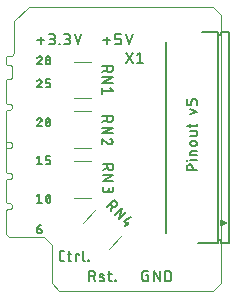
<source format=gto>
G04 EAGLE Gerber X2 export*
%TF.Part,Single*%
%TF.FileFunction,Other,silk top*%
%TF.FilePolarity,Positive*%
%TF.GenerationSoftware,Autodesk,EAGLE,9.6.2*%
%TF.CreationDate,2021-06-26T12:46:15Z*%
G75*
%MOMM*%
%FSLAX34Y34*%
%LPD*%
%INsilk top*%
%AMOC8*
5,1,8,0,0,1.08239X$1,22.5*%
G01*
%ADD10C,0.000000*%
%ADD11C,0.127000*%
%ADD12C,0.152400*%
%ADD13C,0.101600*%
%ADD14C,0.203200*%

G36*
X182625Y-30006D02*
X182625Y-30006D01*
X182633Y-30007D01*
X182684Y-29991D01*
X182891Y-29937D01*
X182924Y-29917D01*
X182954Y-29908D01*
X186954Y-27908D01*
X187036Y-27851D01*
X187123Y-27802D01*
X187153Y-27771D01*
X187188Y-27747D01*
X187251Y-27669D01*
X187321Y-27598D01*
X187341Y-27560D01*
X187368Y-27527D01*
X187407Y-27435D01*
X187454Y-27347D01*
X187463Y-27305D01*
X187480Y-27265D01*
X187492Y-27166D01*
X187513Y-27069D01*
X187510Y-27026D01*
X187515Y-26983D01*
X187500Y-26885D01*
X187492Y-26785D01*
X187477Y-26745D01*
X187471Y-26702D01*
X187428Y-26612D01*
X187394Y-26519D01*
X187368Y-26484D01*
X187350Y-26445D01*
X187284Y-26370D01*
X187225Y-26290D01*
X187194Y-26267D01*
X187163Y-26231D01*
X187030Y-26146D01*
X187023Y-26139D01*
X187009Y-26132D01*
X186954Y-26092D01*
X182954Y-24092D01*
X182946Y-24089D01*
X182939Y-24085D01*
X182811Y-24044D01*
X182684Y-24002D01*
X182676Y-24001D01*
X182668Y-23999D01*
X182533Y-23995D01*
X182400Y-23990D01*
X182392Y-23992D01*
X182384Y-23991D01*
X182254Y-24025D01*
X182124Y-24057D01*
X182117Y-24061D01*
X182109Y-24063D01*
X181994Y-24131D01*
X181877Y-24198D01*
X181872Y-24204D01*
X181864Y-24209D01*
X181772Y-24306D01*
X181680Y-24402D01*
X181676Y-24410D01*
X181670Y-24416D01*
X181609Y-24535D01*
X181546Y-24653D01*
X181544Y-24661D01*
X181540Y-24669D01*
X181532Y-24721D01*
X181487Y-24931D01*
X181490Y-24969D01*
X181485Y-25000D01*
X181485Y-29000D01*
X181486Y-29008D01*
X181485Y-29017D01*
X181506Y-29149D01*
X181525Y-29282D01*
X181528Y-29289D01*
X181529Y-29298D01*
X181586Y-29419D01*
X181641Y-29541D01*
X181646Y-29547D01*
X181650Y-29555D01*
X181738Y-29656D01*
X181825Y-29758D01*
X181832Y-29763D01*
X181837Y-29769D01*
X181950Y-29841D01*
X182061Y-29916D01*
X182069Y-29918D01*
X182076Y-29923D01*
X182205Y-29961D01*
X182332Y-30001D01*
X182341Y-30002D01*
X182349Y-30004D01*
X182483Y-30005D01*
X182616Y-30009D01*
X182625Y-30006D01*
G37*
D10*
X0Y-36000D02*
X3000Y-39000D01*
X32500Y-39000D01*
X39000Y-45500D01*
X39000Y-78000D01*
X45500Y-84500D01*
X175500Y-84500D01*
X182000Y-78000D01*
X182000Y149500D01*
X1000Y114500D02*
X0Y113500D01*
X0Y107500D01*
X0Y94000D02*
X0Y75000D01*
X1000Y74000D01*
X4000Y74000D01*
X5000Y73000D01*
X5000Y70000D02*
X4000Y69000D01*
X1000Y69000D01*
X0Y68000D01*
X5000Y70000D02*
X5000Y73000D01*
X0Y68000D02*
X0Y42500D01*
X1000Y41500D01*
X4000Y41500D01*
X5000Y40500D01*
X5000Y37500D02*
X4000Y36500D01*
X1000Y36500D01*
X0Y35500D01*
X5000Y37500D02*
X5000Y40500D01*
X0Y42000D02*
X0Y35500D01*
X0Y16500D02*
X1000Y15500D01*
X4000Y15500D01*
X5000Y14500D01*
X5000Y11500D02*
X4000Y10500D01*
X1000Y10500D01*
X0Y9500D01*
X5000Y11500D02*
X5000Y14500D01*
X0Y-16500D02*
X0Y-36000D01*
X0Y-9500D02*
X0Y9500D01*
X0Y16500D02*
X0Y35500D01*
X0Y-9500D02*
X1000Y-10500D01*
X4000Y-10500D02*
X5000Y-11500D01*
X4000Y-10500D02*
X1000Y-10500D01*
X5000Y-11500D02*
X5000Y-14500D01*
X4000Y-15500D01*
X1000Y-15500D01*
X0Y-16500D01*
X1000Y106500D02*
X0Y107500D01*
X1000Y106500D02*
X4000Y106500D01*
X5000Y105500D01*
X5000Y96000D01*
X4000Y95000D01*
X1000Y95000D01*
X0Y94000D01*
D11*
X26695Y-31935D02*
X28981Y-31935D01*
X29058Y-31937D01*
X29135Y-31943D01*
X29212Y-31953D01*
X29288Y-31966D01*
X29363Y-31984D01*
X29437Y-32005D01*
X29510Y-32030D01*
X29582Y-32059D01*
X29652Y-32091D01*
X29721Y-32126D01*
X29787Y-32166D01*
X29852Y-32208D01*
X29914Y-32254D01*
X29974Y-32303D01*
X30031Y-32354D01*
X30086Y-32409D01*
X30137Y-32466D01*
X30186Y-32526D01*
X30232Y-32588D01*
X30274Y-32653D01*
X30314Y-32719D01*
X30349Y-32788D01*
X30381Y-32858D01*
X30410Y-32930D01*
X30435Y-33003D01*
X30456Y-33077D01*
X30474Y-33152D01*
X30487Y-33228D01*
X30497Y-33305D01*
X30503Y-33382D01*
X30505Y-33459D01*
X30505Y-33840D01*
X30503Y-33925D01*
X30497Y-34011D01*
X30488Y-34096D01*
X30474Y-34180D01*
X30457Y-34264D01*
X30436Y-34347D01*
X30412Y-34429D01*
X30384Y-34509D01*
X30352Y-34589D01*
X30316Y-34667D01*
X30278Y-34743D01*
X30235Y-34817D01*
X30190Y-34889D01*
X30141Y-34960D01*
X30089Y-35028D01*
X30035Y-35093D01*
X29977Y-35156D01*
X29916Y-35217D01*
X29853Y-35275D01*
X29788Y-35329D01*
X29720Y-35381D01*
X29649Y-35430D01*
X29577Y-35475D01*
X29503Y-35518D01*
X29427Y-35556D01*
X29349Y-35592D01*
X29269Y-35624D01*
X29189Y-35652D01*
X29107Y-35676D01*
X29024Y-35697D01*
X28940Y-35714D01*
X28856Y-35728D01*
X28771Y-35737D01*
X28685Y-35743D01*
X28600Y-35745D01*
X28515Y-35743D01*
X28429Y-35737D01*
X28344Y-35728D01*
X28260Y-35714D01*
X28176Y-35697D01*
X28093Y-35676D01*
X28011Y-35652D01*
X27931Y-35624D01*
X27851Y-35592D01*
X27773Y-35556D01*
X27697Y-35518D01*
X27623Y-35475D01*
X27551Y-35430D01*
X27480Y-35381D01*
X27412Y-35329D01*
X27347Y-35275D01*
X27284Y-35217D01*
X27223Y-35156D01*
X27165Y-35093D01*
X27111Y-35028D01*
X27059Y-34960D01*
X27010Y-34889D01*
X26965Y-34817D01*
X26922Y-34743D01*
X26884Y-34667D01*
X26848Y-34589D01*
X26816Y-34509D01*
X26788Y-34429D01*
X26764Y-34347D01*
X26743Y-34264D01*
X26726Y-34180D01*
X26712Y-34096D01*
X26703Y-34011D01*
X26697Y-33925D01*
X26695Y-33840D01*
X26695Y-31935D01*
X26697Y-31826D01*
X26703Y-31718D01*
X26712Y-31609D01*
X26726Y-31501D01*
X26743Y-31394D01*
X26765Y-31287D01*
X26790Y-31181D01*
X26818Y-31076D01*
X26851Y-30972D01*
X26887Y-30870D01*
X26927Y-30769D01*
X26970Y-30669D01*
X27017Y-30571D01*
X27068Y-30474D01*
X27122Y-30380D01*
X27179Y-30287D01*
X27239Y-30197D01*
X27303Y-30108D01*
X27370Y-30022D01*
X27439Y-29939D01*
X27512Y-29858D01*
X27588Y-29780D01*
X27666Y-29704D01*
X27747Y-29631D01*
X27830Y-29562D01*
X27916Y-29495D01*
X28005Y-29431D01*
X28095Y-29371D01*
X28188Y-29314D01*
X28282Y-29260D01*
X28379Y-29209D01*
X28477Y-29162D01*
X28577Y-29119D01*
X28678Y-29079D01*
X28780Y-29043D01*
X28884Y-29010D01*
X28989Y-28982D01*
X29095Y-28957D01*
X29202Y-28935D01*
X29309Y-28918D01*
X29417Y-28904D01*
X29526Y-28895D01*
X29634Y-28889D01*
X29743Y-28887D01*
X26695Y-4411D02*
X28600Y-2887D01*
X28600Y-9745D01*
X26695Y-9745D02*
X30505Y-9745D01*
X34010Y-6316D02*
X34012Y-6174D01*
X34017Y-6031D01*
X34026Y-5889D01*
X34039Y-5747D01*
X34055Y-5606D01*
X34074Y-5465D01*
X34098Y-5324D01*
X34124Y-5184D01*
X34155Y-5045D01*
X34189Y-4907D01*
X34226Y-4769D01*
X34266Y-4633D01*
X34311Y-4497D01*
X34358Y-4363D01*
X34409Y-4230D01*
X34463Y-4098D01*
X34521Y-3968D01*
X34582Y-3839D01*
X34581Y-3840D02*
X34607Y-3771D01*
X34636Y-3705D01*
X34668Y-3639D01*
X34703Y-3576D01*
X34742Y-3514D01*
X34784Y-3454D01*
X34829Y-3397D01*
X34877Y-3342D01*
X34928Y-3290D01*
X34981Y-3240D01*
X35037Y-3194D01*
X35095Y-3150D01*
X35156Y-3109D01*
X35218Y-3071D01*
X35282Y-3037D01*
X35348Y-3006D01*
X35416Y-2978D01*
X35485Y-2954D01*
X35555Y-2934D01*
X35626Y-2917D01*
X35697Y-2904D01*
X35769Y-2895D01*
X35842Y-2889D01*
X35915Y-2887D01*
X35988Y-2889D01*
X36061Y-2895D01*
X36133Y-2904D01*
X36204Y-2917D01*
X36275Y-2934D01*
X36345Y-2954D01*
X36414Y-2978D01*
X36482Y-3006D01*
X36548Y-3037D01*
X36612Y-3071D01*
X36674Y-3109D01*
X36735Y-3150D01*
X36793Y-3194D01*
X36849Y-3240D01*
X36902Y-3290D01*
X36953Y-3342D01*
X37001Y-3397D01*
X37046Y-3454D01*
X37088Y-3514D01*
X37127Y-3576D01*
X37162Y-3639D01*
X37194Y-3705D01*
X37223Y-3771D01*
X37249Y-3840D01*
X37249Y-3839D02*
X37310Y-3968D01*
X37368Y-4098D01*
X37422Y-4230D01*
X37473Y-4363D01*
X37520Y-4497D01*
X37565Y-4633D01*
X37605Y-4769D01*
X37642Y-4907D01*
X37676Y-5045D01*
X37707Y-5184D01*
X37733Y-5324D01*
X37757Y-5465D01*
X37776Y-5606D01*
X37792Y-5747D01*
X37805Y-5889D01*
X37814Y-6031D01*
X37819Y-6174D01*
X37821Y-6316D01*
X34010Y-6316D02*
X34012Y-6458D01*
X34017Y-6601D01*
X34026Y-6743D01*
X34039Y-6885D01*
X34055Y-7026D01*
X34074Y-7167D01*
X34098Y-7308D01*
X34124Y-7448D01*
X34155Y-7587D01*
X34189Y-7725D01*
X34226Y-7863D01*
X34266Y-7999D01*
X34311Y-8135D01*
X34358Y-8269D01*
X34409Y-8402D01*
X34463Y-8534D01*
X34521Y-8664D01*
X34582Y-8793D01*
X34581Y-8792D02*
X34607Y-8861D01*
X34636Y-8927D01*
X34668Y-8993D01*
X34703Y-9056D01*
X34742Y-9118D01*
X34784Y-9178D01*
X34829Y-9235D01*
X34877Y-9290D01*
X34928Y-9342D01*
X34981Y-9392D01*
X35037Y-9438D01*
X35095Y-9482D01*
X35156Y-9523D01*
X35218Y-9561D01*
X35282Y-9595D01*
X35348Y-9626D01*
X35416Y-9654D01*
X35485Y-9678D01*
X35555Y-9698D01*
X35626Y-9715D01*
X35697Y-9728D01*
X35769Y-9737D01*
X35842Y-9743D01*
X35915Y-9745D01*
X37249Y-8793D02*
X37310Y-8664D01*
X37368Y-8534D01*
X37422Y-8402D01*
X37473Y-8269D01*
X37520Y-8135D01*
X37565Y-7999D01*
X37605Y-7863D01*
X37642Y-7725D01*
X37676Y-7587D01*
X37707Y-7448D01*
X37733Y-7308D01*
X37757Y-7167D01*
X37776Y-7026D01*
X37792Y-6885D01*
X37805Y-6743D01*
X37814Y-6601D01*
X37819Y-6458D01*
X37821Y-6316D01*
X37249Y-8792D02*
X37223Y-8861D01*
X37194Y-8927D01*
X37162Y-8993D01*
X37127Y-9056D01*
X37088Y-9118D01*
X37046Y-9178D01*
X37001Y-9235D01*
X36953Y-9290D01*
X36902Y-9342D01*
X36849Y-9392D01*
X36793Y-9438D01*
X36735Y-9482D01*
X36674Y-9523D01*
X36612Y-9561D01*
X36548Y-9595D01*
X36482Y-9626D01*
X36414Y-9654D01*
X36345Y-9678D01*
X36275Y-9698D01*
X36204Y-9715D01*
X36133Y-9728D01*
X36061Y-9737D01*
X35988Y-9743D01*
X35915Y-9745D01*
X34391Y-8221D02*
X37439Y-4411D01*
X26695Y28089D02*
X28600Y29613D01*
X28600Y22755D01*
X26695Y22755D02*
X30505Y22755D01*
X34010Y22755D02*
X36296Y22755D01*
X36373Y22757D01*
X36450Y22763D01*
X36527Y22773D01*
X36603Y22786D01*
X36678Y22804D01*
X36752Y22825D01*
X36825Y22850D01*
X36897Y22879D01*
X36967Y22911D01*
X37036Y22946D01*
X37102Y22986D01*
X37167Y23028D01*
X37229Y23074D01*
X37289Y23123D01*
X37346Y23174D01*
X37401Y23229D01*
X37452Y23286D01*
X37501Y23346D01*
X37547Y23408D01*
X37589Y23473D01*
X37629Y23539D01*
X37664Y23608D01*
X37696Y23678D01*
X37725Y23750D01*
X37750Y23823D01*
X37771Y23897D01*
X37789Y23972D01*
X37802Y24048D01*
X37812Y24125D01*
X37818Y24202D01*
X37820Y24279D01*
X37820Y25041D01*
X37818Y25118D01*
X37812Y25195D01*
X37802Y25272D01*
X37789Y25348D01*
X37771Y25423D01*
X37750Y25497D01*
X37725Y25570D01*
X37696Y25642D01*
X37664Y25712D01*
X37629Y25781D01*
X37589Y25847D01*
X37547Y25912D01*
X37501Y25974D01*
X37452Y26034D01*
X37401Y26091D01*
X37346Y26146D01*
X37289Y26197D01*
X37229Y26246D01*
X37167Y26292D01*
X37102Y26334D01*
X37036Y26374D01*
X36967Y26409D01*
X36897Y26441D01*
X36825Y26470D01*
X36752Y26495D01*
X36678Y26516D01*
X36603Y26534D01*
X36527Y26547D01*
X36450Y26557D01*
X36373Y26563D01*
X36296Y26565D01*
X34010Y26565D01*
X34010Y29613D01*
X37820Y29613D01*
X30506Y60399D02*
X30504Y60481D01*
X30498Y60562D01*
X30489Y60643D01*
X30475Y60724D01*
X30458Y60803D01*
X30437Y60882D01*
X30412Y60960D01*
X30383Y61036D01*
X30351Y61111D01*
X30315Y61185D01*
X30276Y61257D01*
X30234Y61326D01*
X30188Y61394D01*
X30139Y61459D01*
X30087Y61522D01*
X30032Y61582D01*
X29974Y61640D01*
X29914Y61695D01*
X29851Y61747D01*
X29786Y61796D01*
X29718Y61842D01*
X29649Y61884D01*
X29577Y61923D01*
X29503Y61959D01*
X29428Y61991D01*
X29352Y62020D01*
X29274Y62045D01*
X29195Y62066D01*
X29116Y62083D01*
X29035Y62097D01*
X28954Y62106D01*
X28873Y62112D01*
X28791Y62114D01*
X28791Y62113D02*
X28699Y62111D01*
X28607Y62105D01*
X28515Y62096D01*
X28423Y62082D01*
X28333Y62065D01*
X28243Y62044D01*
X28154Y62019D01*
X28066Y61990D01*
X27979Y61958D01*
X27894Y61922D01*
X27811Y61883D01*
X27729Y61840D01*
X27649Y61794D01*
X27571Y61744D01*
X27495Y61692D01*
X27422Y61636D01*
X27351Y61577D01*
X27282Y61515D01*
X27216Y61450D01*
X27153Y61383D01*
X27093Y61313D01*
X27035Y61241D01*
X26981Y61166D01*
X26930Y61089D01*
X26882Y61010D01*
X26838Y60929D01*
X26797Y60846D01*
X26759Y60762D01*
X26725Y60676D01*
X26695Y60589D01*
X29934Y59065D02*
X29993Y59124D01*
X30049Y59185D01*
X30102Y59248D01*
X30153Y59314D01*
X30200Y59382D01*
X30244Y59452D01*
X30285Y59524D01*
X30323Y59598D01*
X30357Y59673D01*
X30388Y59750D01*
X30415Y59828D01*
X30439Y59908D01*
X30460Y59988D01*
X30476Y60069D01*
X30489Y60151D01*
X30499Y60233D01*
X30504Y60316D01*
X30506Y60399D01*
X29934Y59065D02*
X26695Y55255D01*
X30505Y55255D01*
X34010Y58684D02*
X34012Y58826D01*
X34017Y58969D01*
X34026Y59111D01*
X34039Y59253D01*
X34055Y59394D01*
X34074Y59535D01*
X34098Y59676D01*
X34124Y59816D01*
X34155Y59955D01*
X34189Y60093D01*
X34226Y60231D01*
X34266Y60367D01*
X34311Y60503D01*
X34358Y60637D01*
X34409Y60770D01*
X34463Y60902D01*
X34521Y61032D01*
X34582Y61161D01*
X34581Y61160D02*
X34607Y61229D01*
X34636Y61295D01*
X34668Y61361D01*
X34703Y61424D01*
X34742Y61486D01*
X34784Y61546D01*
X34829Y61603D01*
X34877Y61658D01*
X34928Y61710D01*
X34981Y61760D01*
X35037Y61806D01*
X35095Y61850D01*
X35156Y61891D01*
X35218Y61929D01*
X35282Y61963D01*
X35348Y61994D01*
X35416Y62022D01*
X35485Y62046D01*
X35555Y62066D01*
X35626Y62083D01*
X35697Y62096D01*
X35769Y62105D01*
X35842Y62111D01*
X35915Y62113D01*
X35988Y62111D01*
X36061Y62105D01*
X36133Y62096D01*
X36204Y62083D01*
X36275Y62066D01*
X36345Y62046D01*
X36414Y62022D01*
X36482Y61994D01*
X36548Y61963D01*
X36612Y61929D01*
X36674Y61891D01*
X36735Y61850D01*
X36793Y61806D01*
X36849Y61760D01*
X36902Y61710D01*
X36953Y61658D01*
X37001Y61603D01*
X37046Y61546D01*
X37088Y61486D01*
X37127Y61424D01*
X37162Y61361D01*
X37194Y61295D01*
X37223Y61229D01*
X37249Y61160D01*
X37249Y61161D02*
X37310Y61032D01*
X37368Y60902D01*
X37422Y60770D01*
X37473Y60637D01*
X37520Y60503D01*
X37565Y60367D01*
X37605Y60231D01*
X37642Y60093D01*
X37676Y59955D01*
X37707Y59816D01*
X37733Y59676D01*
X37757Y59535D01*
X37776Y59394D01*
X37792Y59253D01*
X37805Y59111D01*
X37814Y58969D01*
X37819Y58826D01*
X37821Y58684D01*
X34010Y58684D02*
X34012Y58542D01*
X34017Y58399D01*
X34026Y58257D01*
X34039Y58115D01*
X34055Y57974D01*
X34074Y57833D01*
X34098Y57692D01*
X34124Y57552D01*
X34155Y57413D01*
X34189Y57275D01*
X34226Y57137D01*
X34266Y57001D01*
X34311Y56865D01*
X34358Y56731D01*
X34409Y56598D01*
X34463Y56466D01*
X34521Y56336D01*
X34582Y56207D01*
X34581Y56208D02*
X34607Y56139D01*
X34636Y56073D01*
X34668Y56007D01*
X34703Y55944D01*
X34742Y55882D01*
X34784Y55822D01*
X34829Y55765D01*
X34877Y55710D01*
X34928Y55658D01*
X34981Y55608D01*
X35037Y55562D01*
X35095Y55518D01*
X35156Y55477D01*
X35218Y55439D01*
X35282Y55405D01*
X35348Y55374D01*
X35416Y55346D01*
X35485Y55322D01*
X35555Y55302D01*
X35626Y55285D01*
X35697Y55272D01*
X35769Y55263D01*
X35842Y55257D01*
X35915Y55255D01*
X37249Y56207D02*
X37310Y56336D01*
X37368Y56466D01*
X37422Y56598D01*
X37473Y56731D01*
X37520Y56865D01*
X37565Y57001D01*
X37605Y57137D01*
X37642Y57275D01*
X37676Y57413D01*
X37707Y57552D01*
X37733Y57692D01*
X37757Y57833D01*
X37776Y57974D01*
X37792Y58115D01*
X37805Y58257D01*
X37814Y58399D01*
X37819Y58542D01*
X37821Y58684D01*
X37249Y56208D02*
X37223Y56139D01*
X37194Y56073D01*
X37162Y56007D01*
X37127Y55944D01*
X37088Y55882D01*
X37046Y55822D01*
X37001Y55765D01*
X36953Y55710D01*
X36902Y55658D01*
X36849Y55608D01*
X36793Y55562D01*
X36735Y55518D01*
X36674Y55477D01*
X36612Y55439D01*
X36548Y55405D01*
X36482Y55374D01*
X36414Y55346D01*
X36345Y55322D01*
X36275Y55302D01*
X36204Y55285D01*
X36133Y55272D01*
X36061Y55263D01*
X35988Y55257D01*
X35915Y55255D01*
X34391Y56779D02*
X37439Y60589D01*
X30506Y92899D02*
X30504Y92981D01*
X30498Y93062D01*
X30489Y93143D01*
X30475Y93224D01*
X30458Y93303D01*
X30437Y93382D01*
X30412Y93460D01*
X30383Y93536D01*
X30351Y93611D01*
X30315Y93685D01*
X30276Y93757D01*
X30234Y93826D01*
X30188Y93894D01*
X30139Y93959D01*
X30087Y94022D01*
X30032Y94082D01*
X29974Y94140D01*
X29914Y94195D01*
X29851Y94247D01*
X29786Y94296D01*
X29718Y94342D01*
X29649Y94384D01*
X29577Y94423D01*
X29503Y94459D01*
X29428Y94491D01*
X29352Y94520D01*
X29274Y94545D01*
X29195Y94566D01*
X29116Y94583D01*
X29035Y94597D01*
X28954Y94606D01*
X28873Y94612D01*
X28791Y94614D01*
X28791Y94613D02*
X28699Y94611D01*
X28607Y94605D01*
X28515Y94596D01*
X28423Y94582D01*
X28333Y94565D01*
X28243Y94544D01*
X28154Y94519D01*
X28066Y94490D01*
X27979Y94458D01*
X27894Y94422D01*
X27811Y94383D01*
X27729Y94340D01*
X27649Y94294D01*
X27571Y94244D01*
X27495Y94192D01*
X27422Y94136D01*
X27351Y94077D01*
X27282Y94015D01*
X27216Y93950D01*
X27153Y93883D01*
X27093Y93813D01*
X27035Y93741D01*
X26981Y93666D01*
X26930Y93589D01*
X26882Y93510D01*
X26838Y93429D01*
X26797Y93346D01*
X26759Y93262D01*
X26725Y93176D01*
X26695Y93089D01*
X29934Y91565D02*
X29993Y91624D01*
X30049Y91685D01*
X30102Y91748D01*
X30153Y91814D01*
X30200Y91882D01*
X30244Y91952D01*
X30285Y92024D01*
X30323Y92098D01*
X30357Y92173D01*
X30388Y92250D01*
X30415Y92328D01*
X30439Y92408D01*
X30460Y92488D01*
X30476Y92569D01*
X30489Y92651D01*
X30499Y92733D01*
X30504Y92816D01*
X30506Y92899D01*
X29934Y91565D02*
X26695Y87755D01*
X30505Y87755D01*
X34010Y87755D02*
X36296Y87755D01*
X36373Y87757D01*
X36450Y87763D01*
X36527Y87773D01*
X36603Y87786D01*
X36678Y87804D01*
X36752Y87825D01*
X36825Y87850D01*
X36897Y87879D01*
X36967Y87911D01*
X37036Y87946D01*
X37102Y87986D01*
X37167Y88028D01*
X37229Y88074D01*
X37289Y88123D01*
X37346Y88174D01*
X37401Y88229D01*
X37452Y88286D01*
X37501Y88346D01*
X37547Y88408D01*
X37589Y88473D01*
X37629Y88539D01*
X37664Y88608D01*
X37696Y88678D01*
X37725Y88750D01*
X37750Y88823D01*
X37771Y88897D01*
X37789Y88972D01*
X37802Y89048D01*
X37812Y89125D01*
X37818Y89202D01*
X37820Y89279D01*
X37820Y90041D01*
X37818Y90118D01*
X37812Y90195D01*
X37802Y90272D01*
X37789Y90348D01*
X37771Y90423D01*
X37750Y90497D01*
X37725Y90570D01*
X37696Y90642D01*
X37664Y90712D01*
X37629Y90781D01*
X37589Y90847D01*
X37547Y90912D01*
X37501Y90974D01*
X37452Y91034D01*
X37401Y91091D01*
X37346Y91146D01*
X37289Y91197D01*
X37229Y91246D01*
X37167Y91292D01*
X37102Y91334D01*
X37036Y91374D01*
X36967Y91409D01*
X36897Y91441D01*
X36825Y91470D01*
X36752Y91495D01*
X36678Y91516D01*
X36603Y91534D01*
X36527Y91547D01*
X36450Y91557D01*
X36373Y91563D01*
X36296Y91565D01*
X34010Y91565D01*
X34010Y94613D01*
X37820Y94613D01*
X30506Y112399D02*
X30504Y112481D01*
X30498Y112562D01*
X30489Y112643D01*
X30475Y112724D01*
X30458Y112803D01*
X30437Y112882D01*
X30412Y112960D01*
X30383Y113036D01*
X30351Y113111D01*
X30315Y113185D01*
X30276Y113257D01*
X30234Y113326D01*
X30188Y113394D01*
X30139Y113459D01*
X30087Y113522D01*
X30032Y113582D01*
X29974Y113640D01*
X29914Y113695D01*
X29851Y113747D01*
X29786Y113796D01*
X29718Y113842D01*
X29649Y113884D01*
X29577Y113923D01*
X29503Y113959D01*
X29428Y113991D01*
X29352Y114020D01*
X29274Y114045D01*
X29195Y114066D01*
X29116Y114083D01*
X29035Y114097D01*
X28954Y114106D01*
X28873Y114112D01*
X28791Y114114D01*
X28791Y114113D02*
X28699Y114111D01*
X28607Y114105D01*
X28515Y114096D01*
X28423Y114082D01*
X28333Y114065D01*
X28243Y114044D01*
X28154Y114019D01*
X28066Y113990D01*
X27979Y113958D01*
X27894Y113922D01*
X27811Y113883D01*
X27729Y113840D01*
X27649Y113794D01*
X27571Y113744D01*
X27495Y113692D01*
X27422Y113636D01*
X27351Y113577D01*
X27282Y113515D01*
X27216Y113450D01*
X27153Y113383D01*
X27093Y113313D01*
X27035Y113241D01*
X26981Y113166D01*
X26930Y113089D01*
X26882Y113010D01*
X26838Y112929D01*
X26797Y112846D01*
X26759Y112762D01*
X26725Y112676D01*
X26695Y112589D01*
X29934Y111065D02*
X29993Y111124D01*
X30049Y111185D01*
X30102Y111248D01*
X30153Y111314D01*
X30200Y111382D01*
X30244Y111452D01*
X30285Y111524D01*
X30323Y111598D01*
X30357Y111673D01*
X30388Y111750D01*
X30415Y111828D01*
X30439Y111908D01*
X30460Y111988D01*
X30476Y112069D01*
X30489Y112151D01*
X30499Y112233D01*
X30504Y112316D01*
X30506Y112399D01*
X29934Y111065D02*
X26695Y107255D01*
X30505Y107255D01*
X34010Y109160D02*
X34012Y109245D01*
X34018Y109331D01*
X34027Y109416D01*
X34041Y109500D01*
X34058Y109584D01*
X34079Y109667D01*
X34103Y109749D01*
X34131Y109829D01*
X34163Y109909D01*
X34199Y109987D01*
X34237Y110063D01*
X34280Y110137D01*
X34325Y110209D01*
X34374Y110280D01*
X34426Y110348D01*
X34480Y110413D01*
X34538Y110476D01*
X34599Y110537D01*
X34662Y110595D01*
X34727Y110649D01*
X34795Y110701D01*
X34866Y110750D01*
X34938Y110795D01*
X35012Y110838D01*
X35088Y110876D01*
X35166Y110912D01*
X35246Y110944D01*
X35326Y110972D01*
X35408Y110996D01*
X35491Y111017D01*
X35575Y111034D01*
X35659Y111048D01*
X35744Y111057D01*
X35830Y111063D01*
X35915Y111065D01*
X36000Y111063D01*
X36086Y111057D01*
X36171Y111048D01*
X36255Y111034D01*
X36339Y111017D01*
X36422Y110996D01*
X36504Y110972D01*
X36584Y110944D01*
X36664Y110912D01*
X36742Y110876D01*
X36818Y110838D01*
X36892Y110795D01*
X36964Y110750D01*
X37035Y110701D01*
X37103Y110649D01*
X37168Y110595D01*
X37231Y110537D01*
X37292Y110476D01*
X37350Y110413D01*
X37404Y110348D01*
X37456Y110280D01*
X37505Y110209D01*
X37550Y110137D01*
X37593Y110063D01*
X37631Y109987D01*
X37667Y109909D01*
X37699Y109829D01*
X37727Y109749D01*
X37751Y109667D01*
X37772Y109584D01*
X37789Y109500D01*
X37803Y109416D01*
X37812Y109331D01*
X37818Y109245D01*
X37820Y109160D01*
X37818Y109075D01*
X37812Y108989D01*
X37803Y108904D01*
X37789Y108820D01*
X37772Y108736D01*
X37751Y108653D01*
X37727Y108571D01*
X37699Y108491D01*
X37667Y108411D01*
X37631Y108333D01*
X37593Y108257D01*
X37550Y108183D01*
X37505Y108111D01*
X37456Y108040D01*
X37404Y107972D01*
X37350Y107907D01*
X37292Y107844D01*
X37231Y107783D01*
X37168Y107725D01*
X37103Y107671D01*
X37035Y107619D01*
X36964Y107570D01*
X36892Y107525D01*
X36818Y107482D01*
X36742Y107444D01*
X36664Y107408D01*
X36584Y107376D01*
X36504Y107348D01*
X36422Y107324D01*
X36339Y107303D01*
X36255Y107286D01*
X36171Y107272D01*
X36086Y107263D01*
X36000Y107257D01*
X35915Y107255D01*
X35830Y107257D01*
X35744Y107263D01*
X35659Y107272D01*
X35575Y107286D01*
X35491Y107303D01*
X35408Y107324D01*
X35326Y107348D01*
X35246Y107376D01*
X35166Y107408D01*
X35088Y107444D01*
X35012Y107482D01*
X34938Y107525D01*
X34866Y107570D01*
X34795Y107619D01*
X34727Y107671D01*
X34662Y107725D01*
X34599Y107783D01*
X34538Y107844D01*
X34480Y107907D01*
X34426Y107972D01*
X34374Y108040D01*
X34325Y108111D01*
X34280Y108183D01*
X34237Y108257D01*
X34199Y108333D01*
X34163Y108411D01*
X34131Y108491D01*
X34103Y108571D01*
X34079Y108653D01*
X34058Y108736D01*
X34041Y108820D01*
X34027Y108904D01*
X34018Y108989D01*
X34012Y109075D01*
X34010Y109160D01*
X34391Y112589D02*
X34393Y112666D01*
X34399Y112743D01*
X34409Y112820D01*
X34422Y112896D01*
X34440Y112971D01*
X34461Y113045D01*
X34486Y113118D01*
X34515Y113190D01*
X34547Y113260D01*
X34582Y113329D01*
X34622Y113395D01*
X34664Y113460D01*
X34710Y113522D01*
X34759Y113582D01*
X34810Y113639D01*
X34865Y113694D01*
X34922Y113745D01*
X34982Y113794D01*
X35044Y113840D01*
X35109Y113882D01*
X35175Y113922D01*
X35244Y113957D01*
X35314Y113989D01*
X35386Y114018D01*
X35459Y114043D01*
X35533Y114064D01*
X35608Y114082D01*
X35684Y114095D01*
X35761Y114105D01*
X35838Y114111D01*
X35915Y114113D01*
X35992Y114111D01*
X36069Y114105D01*
X36146Y114095D01*
X36222Y114082D01*
X36297Y114064D01*
X36371Y114043D01*
X36444Y114018D01*
X36516Y113989D01*
X36586Y113957D01*
X36655Y113922D01*
X36721Y113882D01*
X36786Y113840D01*
X36848Y113794D01*
X36908Y113745D01*
X36965Y113694D01*
X37020Y113639D01*
X37071Y113582D01*
X37120Y113522D01*
X37166Y113460D01*
X37208Y113395D01*
X37248Y113329D01*
X37283Y113260D01*
X37315Y113190D01*
X37344Y113118D01*
X37369Y113045D01*
X37390Y112971D01*
X37408Y112896D01*
X37421Y112820D01*
X37431Y112743D01*
X37437Y112666D01*
X37439Y112589D01*
X37437Y112512D01*
X37431Y112435D01*
X37421Y112358D01*
X37408Y112282D01*
X37390Y112207D01*
X37369Y112133D01*
X37344Y112060D01*
X37315Y111988D01*
X37283Y111918D01*
X37248Y111849D01*
X37208Y111783D01*
X37166Y111718D01*
X37120Y111656D01*
X37071Y111596D01*
X37020Y111539D01*
X36965Y111484D01*
X36908Y111433D01*
X36848Y111384D01*
X36786Y111338D01*
X36721Y111296D01*
X36655Y111256D01*
X36586Y111221D01*
X36516Y111189D01*
X36444Y111160D01*
X36371Y111135D01*
X36297Y111114D01*
X36222Y111096D01*
X36146Y111083D01*
X36069Y111073D01*
X35992Y111067D01*
X35915Y111065D01*
X35838Y111067D01*
X35761Y111073D01*
X35684Y111083D01*
X35608Y111096D01*
X35533Y111114D01*
X35459Y111135D01*
X35386Y111160D01*
X35314Y111189D01*
X35244Y111221D01*
X35175Y111256D01*
X35109Y111296D01*
X35044Y111338D01*
X34982Y111384D01*
X34922Y111433D01*
X34865Y111484D01*
X34810Y111539D01*
X34759Y111596D01*
X34710Y111656D01*
X34664Y111718D01*
X34622Y111783D01*
X34582Y111849D01*
X34547Y111918D01*
X34515Y111988D01*
X34486Y112060D01*
X34461Y112133D01*
X34440Y112207D01*
X34422Y112282D01*
X34409Y112358D01*
X34399Y112435D01*
X34393Y112512D01*
X34391Y112589D01*
D12*
X47741Y-59118D02*
X49660Y-59118D01*
X47741Y-59118D02*
X47655Y-59116D01*
X47569Y-59110D01*
X47483Y-59101D01*
X47398Y-59087D01*
X47314Y-59070D01*
X47230Y-59049D01*
X47148Y-59024D01*
X47067Y-58996D01*
X46987Y-58964D01*
X46908Y-58928D01*
X46832Y-58889D01*
X46757Y-58846D01*
X46684Y-58801D01*
X46613Y-58752D01*
X46545Y-58699D01*
X46478Y-58644D01*
X46415Y-58586D01*
X46354Y-58525D01*
X46296Y-58462D01*
X46241Y-58395D01*
X46189Y-58327D01*
X46139Y-58256D01*
X46094Y-58183D01*
X46051Y-58108D01*
X46012Y-58032D01*
X45976Y-57953D01*
X45944Y-57873D01*
X45916Y-57792D01*
X45891Y-57710D01*
X45870Y-57626D01*
X45853Y-57542D01*
X45839Y-57457D01*
X45830Y-57371D01*
X45824Y-57285D01*
X45822Y-57199D01*
X45822Y-52401D01*
X45824Y-52315D01*
X45830Y-52229D01*
X45839Y-52143D01*
X45853Y-52058D01*
X45870Y-51974D01*
X45891Y-51890D01*
X45916Y-51808D01*
X45944Y-51727D01*
X45976Y-51647D01*
X46012Y-51568D01*
X46051Y-51492D01*
X46094Y-51417D01*
X46139Y-51344D01*
X46188Y-51273D01*
X46241Y-51205D01*
X46296Y-51138D01*
X46354Y-51075D01*
X46415Y-51014D01*
X46478Y-50956D01*
X46545Y-50901D01*
X46613Y-50849D01*
X46684Y-50799D01*
X46757Y-50754D01*
X46832Y-50711D01*
X46908Y-50672D01*
X46987Y-50636D01*
X47067Y-50604D01*
X47148Y-50576D01*
X47230Y-50551D01*
X47314Y-50530D01*
X47398Y-50513D01*
X47483Y-50499D01*
X47569Y-50490D01*
X47655Y-50484D01*
X47741Y-50482D01*
X49660Y-50482D01*
X52505Y-53361D02*
X55383Y-53361D01*
X53464Y-50482D02*
X53464Y-57679D01*
X53465Y-57679D02*
X53467Y-57752D01*
X53472Y-57825D01*
X53482Y-57897D01*
X53494Y-57969D01*
X53511Y-58040D01*
X53531Y-58110D01*
X53555Y-58179D01*
X53582Y-58246D01*
X53612Y-58313D01*
X53646Y-58377D01*
X53683Y-58440D01*
X53723Y-58501D01*
X53766Y-58560D01*
X53812Y-58616D01*
X53861Y-58670D01*
X53913Y-58722D01*
X53967Y-58771D01*
X54023Y-58817D01*
X54082Y-58860D01*
X54143Y-58900D01*
X54206Y-58937D01*
X54270Y-58971D01*
X54337Y-59001D01*
X54404Y-59028D01*
X54473Y-59052D01*
X54543Y-59072D01*
X54614Y-59089D01*
X54686Y-59101D01*
X54758Y-59111D01*
X54831Y-59116D01*
X54904Y-59118D01*
X55383Y-59118D01*
X59523Y-59118D02*
X59523Y-53361D01*
X62401Y-53361D01*
X62401Y-54320D01*
X65581Y-57679D02*
X65581Y-50482D01*
X65581Y-57679D02*
X65583Y-57754D01*
X65589Y-57829D01*
X65599Y-57904D01*
X65612Y-57978D01*
X65630Y-58051D01*
X65651Y-58124D01*
X65677Y-58195D01*
X65705Y-58264D01*
X65738Y-58332D01*
X65774Y-58399D01*
X65813Y-58463D01*
X65856Y-58525D01*
X65902Y-58585D01*
X65951Y-58642D01*
X66002Y-58697D01*
X66057Y-58748D01*
X66114Y-58797D01*
X66174Y-58843D01*
X66236Y-58886D01*
X66301Y-58925D01*
X66367Y-58961D01*
X66435Y-58994D01*
X66504Y-59022D01*
X66575Y-59048D01*
X66648Y-59069D01*
X66721Y-59087D01*
X66795Y-59100D01*
X66870Y-59110D01*
X66945Y-59116D01*
X67020Y-59118D01*
X69965Y-59118D02*
X69965Y-58638D01*
X70444Y-58638D01*
X70444Y-59118D01*
X69965Y-59118D01*
X70822Y-67482D02*
X70822Y-76118D01*
X70822Y-67482D02*
X73221Y-67482D01*
X73318Y-67484D01*
X73414Y-67490D01*
X73510Y-67499D01*
X73606Y-67513D01*
X73701Y-67530D01*
X73795Y-67552D01*
X73888Y-67577D01*
X73981Y-67605D01*
X74072Y-67638D01*
X74161Y-67674D01*
X74249Y-67714D01*
X74336Y-67757D01*
X74421Y-67803D01*
X74503Y-67853D01*
X74584Y-67907D01*
X74662Y-67963D01*
X74738Y-68023D01*
X74812Y-68085D01*
X74883Y-68151D01*
X74951Y-68219D01*
X75017Y-68290D01*
X75079Y-68364D01*
X75139Y-68440D01*
X75195Y-68518D01*
X75249Y-68599D01*
X75299Y-68682D01*
X75345Y-68766D01*
X75388Y-68853D01*
X75428Y-68941D01*
X75464Y-69030D01*
X75497Y-69121D01*
X75525Y-69214D01*
X75550Y-69307D01*
X75572Y-69401D01*
X75589Y-69496D01*
X75603Y-69592D01*
X75612Y-69688D01*
X75618Y-69784D01*
X75620Y-69881D01*
X75618Y-69978D01*
X75612Y-70074D01*
X75603Y-70170D01*
X75589Y-70266D01*
X75572Y-70361D01*
X75550Y-70455D01*
X75525Y-70548D01*
X75497Y-70641D01*
X75464Y-70732D01*
X75428Y-70821D01*
X75388Y-70909D01*
X75345Y-70996D01*
X75299Y-71081D01*
X75249Y-71163D01*
X75195Y-71244D01*
X75139Y-71322D01*
X75079Y-71398D01*
X75017Y-71472D01*
X74951Y-71543D01*
X74883Y-71611D01*
X74812Y-71677D01*
X74738Y-71739D01*
X74662Y-71799D01*
X74584Y-71855D01*
X74503Y-71909D01*
X74421Y-71959D01*
X74336Y-72005D01*
X74249Y-72048D01*
X74161Y-72088D01*
X74072Y-72124D01*
X73981Y-72157D01*
X73888Y-72185D01*
X73795Y-72210D01*
X73701Y-72232D01*
X73606Y-72249D01*
X73510Y-72263D01*
X73414Y-72272D01*
X73318Y-72278D01*
X73221Y-72280D01*
X70822Y-72280D01*
X73701Y-72280D02*
X75620Y-76118D01*
X80471Y-72760D02*
X82870Y-73719D01*
X80471Y-72760D02*
X80408Y-72733D01*
X80346Y-72702D01*
X80286Y-72667D01*
X80228Y-72630D01*
X80172Y-72589D01*
X80119Y-72546D01*
X80068Y-72499D01*
X80020Y-72450D01*
X79974Y-72398D01*
X79932Y-72343D01*
X79892Y-72286D01*
X79856Y-72228D01*
X79823Y-72167D01*
X79794Y-72104D01*
X79768Y-72041D01*
X79745Y-71975D01*
X79727Y-71909D01*
X79712Y-71841D01*
X79700Y-71773D01*
X79693Y-71705D01*
X79689Y-71636D01*
X79690Y-71567D01*
X79694Y-71498D01*
X79702Y-71429D01*
X79713Y-71361D01*
X79729Y-71294D01*
X79748Y-71227D01*
X79770Y-71162D01*
X79797Y-71098D01*
X79827Y-71036D01*
X79860Y-70976D01*
X79897Y-70917D01*
X79936Y-70861D01*
X79979Y-70806D01*
X80025Y-70755D01*
X80073Y-70706D01*
X80125Y-70659D01*
X80178Y-70616D01*
X80234Y-70576D01*
X80293Y-70539D01*
X80353Y-70505D01*
X80415Y-70474D01*
X80478Y-70447D01*
X80543Y-70424D01*
X80609Y-70404D01*
X80676Y-70388D01*
X80744Y-70375D01*
X80813Y-70367D01*
X80882Y-70362D01*
X80951Y-70361D01*
X81090Y-70364D01*
X81229Y-70372D01*
X81368Y-70383D01*
X81506Y-70397D01*
X81644Y-70415D01*
X81782Y-70436D01*
X81919Y-70461D01*
X82055Y-70490D01*
X82191Y-70522D01*
X82325Y-70557D01*
X82459Y-70596D01*
X82592Y-70638D01*
X82723Y-70684D01*
X82853Y-70733D01*
X82982Y-70785D01*
X83110Y-70840D01*
X82870Y-73719D02*
X82933Y-73746D01*
X82995Y-73777D01*
X83055Y-73812D01*
X83113Y-73849D01*
X83169Y-73890D01*
X83222Y-73933D01*
X83273Y-73980D01*
X83321Y-74029D01*
X83367Y-74081D01*
X83409Y-74136D01*
X83449Y-74193D01*
X83485Y-74251D01*
X83518Y-74312D01*
X83547Y-74374D01*
X83573Y-74438D01*
X83596Y-74504D01*
X83614Y-74570D01*
X83629Y-74638D01*
X83641Y-74706D01*
X83648Y-74774D01*
X83652Y-74843D01*
X83651Y-74912D01*
X83647Y-74981D01*
X83639Y-75050D01*
X83628Y-75118D01*
X83612Y-75185D01*
X83593Y-75252D01*
X83571Y-75317D01*
X83544Y-75381D01*
X83514Y-75443D01*
X83481Y-75503D01*
X83444Y-75562D01*
X83405Y-75618D01*
X83362Y-75673D01*
X83316Y-75724D01*
X83268Y-75773D01*
X83216Y-75820D01*
X83163Y-75863D01*
X83107Y-75903D01*
X83048Y-75940D01*
X82988Y-75974D01*
X82926Y-76005D01*
X82863Y-76032D01*
X82798Y-76055D01*
X82732Y-76075D01*
X82665Y-76091D01*
X82597Y-76104D01*
X82528Y-76112D01*
X82459Y-76117D01*
X82390Y-76118D01*
X82391Y-76118D02*
X82198Y-76113D01*
X82006Y-76104D01*
X81814Y-76089D01*
X81623Y-76071D01*
X81432Y-76048D01*
X81241Y-76020D01*
X81051Y-75988D01*
X80862Y-75951D01*
X80674Y-75910D01*
X80487Y-75864D01*
X80302Y-75814D01*
X80117Y-75760D01*
X79934Y-75701D01*
X79752Y-75638D01*
X86831Y-70361D02*
X89709Y-70361D01*
X87790Y-67482D02*
X87790Y-74679D01*
X87792Y-74752D01*
X87797Y-74825D01*
X87807Y-74897D01*
X87819Y-74969D01*
X87836Y-75040D01*
X87856Y-75110D01*
X87880Y-75179D01*
X87907Y-75246D01*
X87937Y-75313D01*
X87971Y-75377D01*
X88008Y-75440D01*
X88048Y-75501D01*
X88091Y-75560D01*
X88137Y-75616D01*
X88186Y-75670D01*
X88238Y-75722D01*
X88292Y-75771D01*
X88348Y-75817D01*
X88407Y-75860D01*
X88468Y-75900D01*
X88531Y-75937D01*
X88595Y-75971D01*
X88662Y-76001D01*
X88729Y-76028D01*
X88798Y-76052D01*
X88868Y-76072D01*
X88939Y-76089D01*
X89011Y-76101D01*
X89083Y-76111D01*
X89156Y-76116D01*
X89229Y-76118D01*
X89709Y-76118D01*
X93013Y-76118D02*
X93013Y-75638D01*
X93493Y-75638D01*
X93493Y-76118D01*
X93013Y-76118D01*
X153482Y17822D02*
X162118Y17822D01*
X153482Y17822D02*
X153482Y20221D01*
X153484Y20318D01*
X153490Y20414D01*
X153499Y20510D01*
X153513Y20606D01*
X153530Y20701D01*
X153552Y20795D01*
X153577Y20888D01*
X153605Y20981D01*
X153638Y21072D01*
X153674Y21161D01*
X153714Y21249D01*
X153757Y21336D01*
X153803Y21421D01*
X153853Y21503D01*
X153907Y21584D01*
X153963Y21662D01*
X154023Y21738D01*
X154085Y21812D01*
X154151Y21883D01*
X154219Y21951D01*
X154290Y22017D01*
X154364Y22079D01*
X154440Y22139D01*
X154518Y22195D01*
X154599Y22249D01*
X154682Y22299D01*
X154766Y22345D01*
X154853Y22388D01*
X154941Y22428D01*
X155030Y22464D01*
X155121Y22497D01*
X155214Y22525D01*
X155307Y22550D01*
X155401Y22572D01*
X155496Y22589D01*
X155592Y22603D01*
X155688Y22612D01*
X155784Y22618D01*
X155881Y22620D01*
X155978Y22618D01*
X156074Y22612D01*
X156170Y22603D01*
X156266Y22589D01*
X156361Y22572D01*
X156455Y22550D01*
X156548Y22525D01*
X156641Y22497D01*
X156732Y22464D01*
X156821Y22428D01*
X156909Y22388D01*
X156996Y22345D01*
X157081Y22299D01*
X157163Y22249D01*
X157244Y22195D01*
X157322Y22139D01*
X157398Y22079D01*
X157472Y22017D01*
X157543Y21951D01*
X157611Y21883D01*
X157677Y21812D01*
X157739Y21738D01*
X157799Y21662D01*
X157855Y21584D01*
X157909Y21503D01*
X157959Y21421D01*
X158005Y21336D01*
X158048Y21249D01*
X158088Y21161D01*
X158124Y21072D01*
X158157Y20981D01*
X158185Y20888D01*
X158210Y20795D01*
X158232Y20701D01*
X158249Y20606D01*
X158263Y20510D01*
X158272Y20414D01*
X158278Y20318D01*
X158280Y20221D01*
X158280Y17822D01*
X156361Y26122D02*
X162118Y26122D01*
X153962Y25882D02*
X153482Y25882D01*
X153482Y26362D01*
X153962Y26362D01*
X153962Y25882D01*
X156361Y30299D02*
X162118Y30299D01*
X156361Y30299D02*
X156361Y32698D01*
X156363Y32773D01*
X156369Y32848D01*
X156379Y32923D01*
X156392Y32997D01*
X156410Y33070D01*
X156431Y33143D01*
X156457Y33214D01*
X156485Y33283D01*
X156518Y33351D01*
X156554Y33417D01*
X156593Y33482D01*
X156636Y33544D01*
X156682Y33604D01*
X156731Y33661D01*
X156782Y33716D01*
X156837Y33767D01*
X156894Y33816D01*
X156954Y33862D01*
X157016Y33905D01*
X157080Y33944D01*
X157147Y33980D01*
X157215Y34013D01*
X157284Y34041D01*
X157355Y34067D01*
X157428Y34088D01*
X157501Y34106D01*
X157575Y34119D01*
X157650Y34129D01*
X157725Y34135D01*
X157800Y34137D01*
X162118Y34137D01*
X160199Y38529D02*
X158280Y38529D01*
X158194Y38531D01*
X158108Y38537D01*
X158022Y38546D01*
X157937Y38560D01*
X157853Y38577D01*
X157769Y38598D01*
X157687Y38623D01*
X157606Y38651D01*
X157526Y38683D01*
X157447Y38719D01*
X157371Y38758D01*
X157296Y38801D01*
X157223Y38846D01*
X157152Y38895D01*
X157084Y38948D01*
X157017Y39003D01*
X156954Y39061D01*
X156893Y39122D01*
X156835Y39185D01*
X156780Y39252D01*
X156727Y39320D01*
X156678Y39391D01*
X156633Y39464D01*
X156590Y39539D01*
X156551Y39615D01*
X156515Y39694D01*
X156483Y39774D01*
X156455Y39855D01*
X156430Y39937D01*
X156409Y40021D01*
X156392Y40105D01*
X156378Y40190D01*
X156369Y40276D01*
X156363Y40362D01*
X156361Y40448D01*
X156363Y40534D01*
X156369Y40620D01*
X156378Y40706D01*
X156392Y40791D01*
X156409Y40875D01*
X156430Y40959D01*
X156455Y41041D01*
X156483Y41122D01*
X156515Y41202D01*
X156551Y41281D01*
X156590Y41357D01*
X156633Y41432D01*
X156678Y41505D01*
X156727Y41576D01*
X156780Y41644D01*
X156835Y41711D01*
X156893Y41774D01*
X156954Y41835D01*
X157017Y41893D01*
X157084Y41948D01*
X157152Y42001D01*
X157223Y42050D01*
X157296Y42095D01*
X157371Y42138D01*
X157447Y42177D01*
X157526Y42213D01*
X157606Y42245D01*
X157687Y42273D01*
X157769Y42298D01*
X157853Y42319D01*
X157937Y42336D01*
X158022Y42350D01*
X158108Y42359D01*
X158194Y42365D01*
X158280Y42367D01*
X160199Y42367D01*
X160285Y42365D01*
X160371Y42359D01*
X160457Y42350D01*
X160542Y42336D01*
X160626Y42319D01*
X160710Y42298D01*
X160792Y42273D01*
X160873Y42245D01*
X160953Y42213D01*
X161032Y42177D01*
X161108Y42138D01*
X161183Y42095D01*
X161256Y42050D01*
X161327Y42001D01*
X161395Y41948D01*
X161462Y41893D01*
X161525Y41835D01*
X161586Y41774D01*
X161644Y41711D01*
X161699Y41644D01*
X161752Y41576D01*
X161801Y41505D01*
X161846Y41432D01*
X161889Y41357D01*
X161928Y41281D01*
X161964Y41202D01*
X161996Y41122D01*
X162024Y41041D01*
X162049Y40959D01*
X162070Y40875D01*
X162087Y40791D01*
X162101Y40706D01*
X162110Y40620D01*
X162116Y40534D01*
X162118Y40448D01*
X162116Y40362D01*
X162110Y40276D01*
X162101Y40190D01*
X162087Y40105D01*
X162070Y40021D01*
X162049Y39937D01*
X162024Y39855D01*
X161996Y39774D01*
X161964Y39694D01*
X161928Y39615D01*
X161889Y39539D01*
X161846Y39464D01*
X161801Y39391D01*
X161752Y39320D01*
X161699Y39252D01*
X161644Y39185D01*
X161586Y39122D01*
X161525Y39061D01*
X161462Y39003D01*
X161395Y38948D01*
X161327Y38895D01*
X161256Y38846D01*
X161183Y38801D01*
X161108Y38758D01*
X161032Y38719D01*
X160953Y38683D01*
X160873Y38651D01*
X160792Y38623D01*
X160710Y38598D01*
X160626Y38577D01*
X160542Y38560D01*
X160457Y38546D01*
X160371Y38537D01*
X160285Y38531D01*
X160199Y38529D01*
X160679Y46758D02*
X156361Y46758D01*
X160679Y46758D02*
X160754Y46760D01*
X160829Y46766D01*
X160904Y46776D01*
X160978Y46789D01*
X161051Y46807D01*
X161124Y46828D01*
X161195Y46854D01*
X161264Y46882D01*
X161332Y46915D01*
X161399Y46951D01*
X161463Y46990D01*
X161525Y47033D01*
X161585Y47079D01*
X161642Y47128D01*
X161697Y47179D01*
X161748Y47234D01*
X161797Y47291D01*
X161843Y47351D01*
X161886Y47413D01*
X161925Y47478D01*
X161961Y47544D01*
X161994Y47612D01*
X162022Y47681D01*
X162048Y47752D01*
X162069Y47825D01*
X162087Y47898D01*
X162100Y47972D01*
X162110Y48047D01*
X162116Y48122D01*
X162118Y48197D01*
X162118Y50596D01*
X156361Y50596D01*
X156361Y54142D02*
X156361Y57021D01*
X153482Y55102D02*
X160679Y55102D01*
X160752Y55104D01*
X160825Y55109D01*
X160897Y55119D01*
X160969Y55131D01*
X161040Y55148D01*
X161110Y55168D01*
X161179Y55192D01*
X161246Y55219D01*
X161313Y55249D01*
X161377Y55283D01*
X161440Y55320D01*
X161501Y55360D01*
X161560Y55403D01*
X161616Y55449D01*
X161670Y55498D01*
X161722Y55550D01*
X161771Y55604D01*
X161817Y55660D01*
X161860Y55719D01*
X161900Y55780D01*
X161937Y55843D01*
X161971Y55907D01*
X162001Y55974D01*
X162028Y56041D01*
X162052Y56110D01*
X162072Y56180D01*
X162089Y56251D01*
X162101Y56323D01*
X162111Y56395D01*
X162116Y56468D01*
X162118Y56541D01*
X162118Y57021D01*
X156361Y65351D02*
X162118Y67270D01*
X156361Y69189D01*
X162118Y73101D02*
X162118Y75979D01*
X162116Y76065D01*
X162110Y76151D01*
X162101Y76237D01*
X162087Y76322D01*
X162070Y76406D01*
X162049Y76490D01*
X162024Y76572D01*
X161996Y76653D01*
X161964Y76733D01*
X161928Y76812D01*
X161889Y76888D01*
X161846Y76963D01*
X161801Y77036D01*
X161752Y77107D01*
X161699Y77175D01*
X161644Y77242D01*
X161586Y77305D01*
X161525Y77366D01*
X161462Y77424D01*
X161395Y77479D01*
X161327Y77532D01*
X161256Y77581D01*
X161183Y77626D01*
X161108Y77669D01*
X161032Y77708D01*
X160953Y77744D01*
X160873Y77776D01*
X160792Y77804D01*
X160710Y77829D01*
X160626Y77850D01*
X160542Y77867D01*
X160457Y77881D01*
X160371Y77890D01*
X160285Y77896D01*
X160199Y77898D01*
X159239Y77898D01*
X159153Y77896D01*
X159067Y77890D01*
X158981Y77881D01*
X158896Y77867D01*
X158812Y77850D01*
X158728Y77829D01*
X158646Y77804D01*
X158565Y77776D01*
X158485Y77744D01*
X158406Y77708D01*
X158330Y77669D01*
X158255Y77626D01*
X158182Y77581D01*
X158111Y77532D01*
X158043Y77479D01*
X157976Y77424D01*
X157913Y77366D01*
X157852Y77305D01*
X157794Y77242D01*
X157739Y77175D01*
X157687Y77107D01*
X157637Y77036D01*
X157592Y76963D01*
X157549Y76888D01*
X157510Y76812D01*
X157474Y76733D01*
X157442Y76653D01*
X157414Y76572D01*
X157389Y76490D01*
X157368Y76406D01*
X157351Y76322D01*
X157337Y76237D01*
X157328Y76151D01*
X157322Y76065D01*
X157320Y75979D01*
X157320Y73101D01*
X153482Y73101D01*
X153482Y77898D01*
D10*
X5000Y114500D02*
X1000Y114500D01*
X5000Y114500D02*
X7500Y117000D01*
X7500Y144000D01*
X19500Y156000D01*
X175500Y156000D01*
X182000Y149500D01*
D12*
X120620Y-71320D02*
X119180Y-71320D01*
X120620Y-71320D02*
X120620Y-76118D01*
X117741Y-76118D01*
X117655Y-76116D01*
X117569Y-76110D01*
X117483Y-76101D01*
X117398Y-76087D01*
X117314Y-76070D01*
X117230Y-76049D01*
X117148Y-76024D01*
X117067Y-75996D01*
X116987Y-75964D01*
X116908Y-75928D01*
X116832Y-75889D01*
X116757Y-75846D01*
X116684Y-75801D01*
X116613Y-75752D01*
X116545Y-75699D01*
X116478Y-75644D01*
X116415Y-75586D01*
X116354Y-75525D01*
X116296Y-75462D01*
X116241Y-75395D01*
X116189Y-75327D01*
X116139Y-75256D01*
X116094Y-75183D01*
X116051Y-75108D01*
X116012Y-75032D01*
X115976Y-74953D01*
X115944Y-74873D01*
X115916Y-74792D01*
X115891Y-74710D01*
X115870Y-74626D01*
X115853Y-74542D01*
X115839Y-74457D01*
X115830Y-74371D01*
X115824Y-74285D01*
X115822Y-74199D01*
X115822Y-69401D01*
X115824Y-69315D01*
X115830Y-69229D01*
X115839Y-69143D01*
X115853Y-69058D01*
X115870Y-68974D01*
X115891Y-68890D01*
X115916Y-68808D01*
X115944Y-68727D01*
X115976Y-68647D01*
X116012Y-68568D01*
X116051Y-68492D01*
X116094Y-68417D01*
X116139Y-68344D01*
X116188Y-68273D01*
X116241Y-68205D01*
X116296Y-68138D01*
X116354Y-68075D01*
X116415Y-68014D01*
X116478Y-67956D01*
X116545Y-67901D01*
X116613Y-67849D01*
X116684Y-67799D01*
X116757Y-67754D01*
X116832Y-67711D01*
X116908Y-67672D01*
X116987Y-67636D01*
X117067Y-67604D01*
X117148Y-67576D01*
X117230Y-67551D01*
X117314Y-67530D01*
X117398Y-67513D01*
X117483Y-67499D01*
X117569Y-67490D01*
X117655Y-67484D01*
X117741Y-67482D01*
X120620Y-67482D01*
X125576Y-67482D02*
X125576Y-76118D01*
X130373Y-76118D02*
X125576Y-67482D01*
X130373Y-67482D02*
X130373Y-76118D01*
X135329Y-76118D02*
X135329Y-67482D01*
X137728Y-67482D01*
X137825Y-67484D01*
X137921Y-67490D01*
X138017Y-67499D01*
X138113Y-67513D01*
X138208Y-67530D01*
X138302Y-67552D01*
X138395Y-67577D01*
X138488Y-67605D01*
X138579Y-67638D01*
X138668Y-67674D01*
X138756Y-67714D01*
X138843Y-67757D01*
X138928Y-67803D01*
X139010Y-67853D01*
X139091Y-67907D01*
X139169Y-67963D01*
X139245Y-68023D01*
X139319Y-68085D01*
X139390Y-68151D01*
X139458Y-68219D01*
X139524Y-68290D01*
X139586Y-68364D01*
X139646Y-68440D01*
X139702Y-68518D01*
X139756Y-68599D01*
X139806Y-68682D01*
X139852Y-68766D01*
X139895Y-68853D01*
X139935Y-68941D01*
X139971Y-69030D01*
X140004Y-69121D01*
X140032Y-69214D01*
X140057Y-69307D01*
X140079Y-69401D01*
X140096Y-69496D01*
X140110Y-69592D01*
X140119Y-69688D01*
X140125Y-69784D01*
X140127Y-69881D01*
X140127Y-73719D01*
X140125Y-73816D01*
X140119Y-73912D01*
X140110Y-74008D01*
X140096Y-74104D01*
X140079Y-74199D01*
X140057Y-74293D01*
X140032Y-74386D01*
X140004Y-74479D01*
X139971Y-74570D01*
X139935Y-74659D01*
X139895Y-74747D01*
X139852Y-74834D01*
X139806Y-74919D01*
X139756Y-75001D01*
X139702Y-75082D01*
X139646Y-75160D01*
X139586Y-75236D01*
X139524Y-75310D01*
X139458Y-75381D01*
X139390Y-75449D01*
X139319Y-75515D01*
X139245Y-75577D01*
X139169Y-75637D01*
X139091Y-75693D01*
X139010Y-75747D01*
X138928Y-75797D01*
X138843Y-75843D01*
X138756Y-75886D01*
X138668Y-75926D01*
X138579Y-75962D01*
X138488Y-75995D01*
X138395Y-76023D01*
X138302Y-76048D01*
X138208Y-76070D01*
X138113Y-76087D01*
X138017Y-76101D01*
X137921Y-76110D01*
X137825Y-76116D01*
X137728Y-76118D01*
X135329Y-76118D01*
X90518Y105678D02*
X81882Y105678D01*
X90518Y105678D02*
X90518Y103279D01*
X90516Y103182D01*
X90510Y103086D01*
X90501Y102990D01*
X90487Y102894D01*
X90470Y102799D01*
X90448Y102705D01*
X90423Y102612D01*
X90395Y102519D01*
X90362Y102428D01*
X90326Y102339D01*
X90286Y102251D01*
X90243Y102164D01*
X90197Y102079D01*
X90147Y101997D01*
X90093Y101916D01*
X90037Y101838D01*
X89977Y101762D01*
X89915Y101688D01*
X89849Y101617D01*
X89781Y101549D01*
X89710Y101483D01*
X89636Y101421D01*
X89560Y101361D01*
X89482Y101305D01*
X89401Y101251D01*
X89318Y101201D01*
X89234Y101155D01*
X89147Y101112D01*
X89059Y101072D01*
X88970Y101036D01*
X88879Y101003D01*
X88786Y100975D01*
X88693Y100950D01*
X88599Y100928D01*
X88504Y100911D01*
X88408Y100897D01*
X88312Y100888D01*
X88216Y100882D01*
X88119Y100880D01*
X88022Y100882D01*
X87926Y100888D01*
X87830Y100897D01*
X87734Y100911D01*
X87639Y100928D01*
X87545Y100950D01*
X87452Y100975D01*
X87359Y101003D01*
X87268Y101036D01*
X87179Y101072D01*
X87091Y101112D01*
X87004Y101155D01*
X86919Y101201D01*
X86837Y101251D01*
X86756Y101305D01*
X86678Y101361D01*
X86602Y101421D01*
X86528Y101483D01*
X86457Y101549D01*
X86389Y101617D01*
X86323Y101688D01*
X86261Y101762D01*
X86201Y101838D01*
X86145Y101916D01*
X86091Y101997D01*
X86041Y102080D01*
X85995Y102164D01*
X85952Y102251D01*
X85912Y102339D01*
X85876Y102428D01*
X85843Y102519D01*
X85815Y102612D01*
X85790Y102705D01*
X85768Y102799D01*
X85751Y102894D01*
X85737Y102990D01*
X85728Y103086D01*
X85722Y103182D01*
X85720Y103279D01*
X85720Y105678D01*
X85720Y102799D02*
X81882Y100880D01*
X81882Y96314D02*
X90518Y96314D01*
X81882Y91516D01*
X90518Y91516D01*
X88599Y86865D02*
X90518Y84466D01*
X81882Y84466D01*
X81882Y86865D02*
X81882Y82067D01*
X81882Y63178D02*
X90518Y63178D01*
X90518Y60779D01*
X90516Y60682D01*
X90510Y60586D01*
X90501Y60490D01*
X90487Y60394D01*
X90470Y60299D01*
X90448Y60205D01*
X90423Y60112D01*
X90395Y60019D01*
X90362Y59928D01*
X90326Y59839D01*
X90286Y59751D01*
X90243Y59664D01*
X90197Y59579D01*
X90147Y59497D01*
X90093Y59416D01*
X90037Y59338D01*
X89977Y59262D01*
X89915Y59188D01*
X89849Y59117D01*
X89781Y59049D01*
X89710Y58983D01*
X89636Y58921D01*
X89560Y58861D01*
X89482Y58805D01*
X89401Y58751D01*
X89318Y58701D01*
X89234Y58655D01*
X89147Y58612D01*
X89059Y58572D01*
X88970Y58536D01*
X88879Y58503D01*
X88786Y58475D01*
X88693Y58450D01*
X88599Y58428D01*
X88504Y58411D01*
X88408Y58397D01*
X88312Y58388D01*
X88216Y58382D01*
X88119Y58380D01*
X88022Y58382D01*
X87926Y58388D01*
X87830Y58397D01*
X87734Y58411D01*
X87639Y58428D01*
X87545Y58450D01*
X87452Y58475D01*
X87359Y58503D01*
X87268Y58536D01*
X87179Y58572D01*
X87091Y58612D01*
X87004Y58655D01*
X86919Y58701D01*
X86837Y58751D01*
X86756Y58805D01*
X86678Y58861D01*
X86602Y58921D01*
X86528Y58983D01*
X86457Y59049D01*
X86389Y59117D01*
X86323Y59188D01*
X86261Y59262D01*
X86201Y59338D01*
X86145Y59416D01*
X86091Y59497D01*
X86041Y59580D01*
X85995Y59664D01*
X85952Y59751D01*
X85912Y59839D01*
X85876Y59928D01*
X85843Y60019D01*
X85815Y60112D01*
X85790Y60205D01*
X85768Y60299D01*
X85751Y60394D01*
X85737Y60490D01*
X85728Y60586D01*
X85722Y60682D01*
X85720Y60779D01*
X85720Y63178D01*
X85720Y60299D02*
X81882Y58380D01*
X81882Y53814D02*
X90518Y53814D01*
X81882Y49016D01*
X90518Y49016D01*
X90518Y41726D02*
X90516Y41634D01*
X90510Y41543D01*
X90501Y41452D01*
X90487Y41361D01*
X90470Y41271D01*
X90448Y41182D01*
X90423Y41094D01*
X90395Y41007D01*
X90362Y40921D01*
X90326Y40837D01*
X90287Y40754D01*
X90244Y40673D01*
X90197Y40594D01*
X90148Y40517D01*
X90095Y40442D01*
X90039Y40370D01*
X89980Y40300D01*
X89918Y40232D01*
X89853Y40167D01*
X89785Y40105D01*
X89715Y40046D01*
X89643Y39990D01*
X89568Y39937D01*
X89491Y39888D01*
X89412Y39841D01*
X89331Y39798D01*
X89248Y39759D01*
X89164Y39723D01*
X89078Y39690D01*
X88991Y39662D01*
X88903Y39637D01*
X88814Y39615D01*
X88724Y39598D01*
X88633Y39584D01*
X88542Y39575D01*
X88451Y39569D01*
X88359Y39567D01*
X90518Y41726D02*
X90516Y41829D01*
X90510Y41931D01*
X90501Y42033D01*
X90488Y42135D01*
X90471Y42236D01*
X90450Y42337D01*
X90426Y42436D01*
X90397Y42535D01*
X90366Y42632D01*
X90330Y42729D01*
X90292Y42824D01*
X90249Y42917D01*
X90203Y43009D01*
X90154Y43099D01*
X90102Y43187D01*
X90046Y43274D01*
X89987Y43358D01*
X89926Y43439D01*
X89861Y43519D01*
X89793Y43596D01*
X89722Y43671D01*
X89649Y43742D01*
X89573Y43811D01*
X89495Y43878D01*
X89414Y43941D01*
X89331Y44001D01*
X89246Y44058D01*
X89159Y44112D01*
X89069Y44163D01*
X88978Y44210D01*
X88886Y44254D01*
X88791Y44295D01*
X88696Y44332D01*
X88599Y44365D01*
X86680Y40287D02*
X86746Y40220D01*
X86815Y40156D01*
X86886Y40095D01*
X86960Y40037D01*
X87036Y39982D01*
X87114Y39930D01*
X87194Y39881D01*
X87276Y39835D01*
X87360Y39793D01*
X87446Y39754D01*
X87533Y39719D01*
X87621Y39688D01*
X87711Y39660D01*
X87801Y39635D01*
X87893Y39614D01*
X87985Y39597D01*
X88078Y39584D01*
X88171Y39575D01*
X88265Y39569D01*
X88359Y39567D01*
X86680Y40287D02*
X81882Y44365D01*
X81882Y39567D01*
X82382Y22678D02*
X91018Y22678D01*
X91018Y20279D01*
X91016Y20182D01*
X91010Y20086D01*
X91001Y19990D01*
X90987Y19894D01*
X90970Y19799D01*
X90948Y19705D01*
X90923Y19612D01*
X90895Y19519D01*
X90862Y19428D01*
X90826Y19339D01*
X90786Y19251D01*
X90743Y19164D01*
X90697Y19079D01*
X90647Y18997D01*
X90593Y18916D01*
X90537Y18838D01*
X90477Y18762D01*
X90415Y18688D01*
X90349Y18617D01*
X90281Y18549D01*
X90210Y18483D01*
X90136Y18421D01*
X90060Y18361D01*
X89982Y18305D01*
X89901Y18251D01*
X89818Y18201D01*
X89734Y18155D01*
X89647Y18112D01*
X89559Y18072D01*
X89470Y18036D01*
X89379Y18003D01*
X89286Y17975D01*
X89193Y17950D01*
X89099Y17928D01*
X89004Y17911D01*
X88908Y17897D01*
X88812Y17888D01*
X88716Y17882D01*
X88619Y17880D01*
X88522Y17882D01*
X88426Y17888D01*
X88330Y17897D01*
X88234Y17911D01*
X88139Y17928D01*
X88045Y17950D01*
X87952Y17975D01*
X87859Y18003D01*
X87768Y18036D01*
X87679Y18072D01*
X87591Y18112D01*
X87504Y18155D01*
X87419Y18201D01*
X87337Y18251D01*
X87256Y18305D01*
X87178Y18361D01*
X87102Y18421D01*
X87028Y18483D01*
X86957Y18549D01*
X86889Y18617D01*
X86823Y18688D01*
X86761Y18762D01*
X86701Y18838D01*
X86645Y18916D01*
X86591Y18997D01*
X86541Y19080D01*
X86495Y19164D01*
X86452Y19251D01*
X86412Y19339D01*
X86376Y19428D01*
X86343Y19519D01*
X86315Y19612D01*
X86290Y19705D01*
X86268Y19799D01*
X86251Y19894D01*
X86237Y19990D01*
X86228Y20086D01*
X86222Y20182D01*
X86220Y20279D01*
X86220Y22678D01*
X86220Y19799D02*
X82382Y17880D01*
X82382Y13314D02*
X91018Y13314D01*
X82382Y8516D01*
X91018Y8516D01*
X82382Y3865D02*
X82382Y1466D01*
X82384Y1369D01*
X82390Y1273D01*
X82399Y1177D01*
X82413Y1081D01*
X82430Y986D01*
X82452Y892D01*
X82477Y799D01*
X82505Y706D01*
X82538Y615D01*
X82574Y526D01*
X82614Y438D01*
X82657Y351D01*
X82703Y267D01*
X82753Y184D01*
X82807Y103D01*
X82863Y25D01*
X82923Y-51D01*
X82985Y-125D01*
X83051Y-196D01*
X83119Y-264D01*
X83190Y-330D01*
X83264Y-392D01*
X83340Y-452D01*
X83418Y-508D01*
X83499Y-562D01*
X83581Y-612D01*
X83666Y-658D01*
X83753Y-701D01*
X83841Y-741D01*
X83930Y-777D01*
X84021Y-810D01*
X84114Y-838D01*
X84207Y-863D01*
X84301Y-885D01*
X84396Y-902D01*
X84492Y-916D01*
X84588Y-925D01*
X84684Y-931D01*
X84781Y-933D01*
X84878Y-931D01*
X84974Y-925D01*
X85070Y-916D01*
X85166Y-902D01*
X85261Y-885D01*
X85355Y-863D01*
X85448Y-838D01*
X85541Y-810D01*
X85632Y-777D01*
X85721Y-741D01*
X85809Y-701D01*
X85896Y-658D01*
X85980Y-612D01*
X86063Y-562D01*
X86144Y-508D01*
X86222Y-452D01*
X86298Y-392D01*
X86372Y-330D01*
X86443Y-264D01*
X86511Y-196D01*
X86577Y-125D01*
X86639Y-51D01*
X86699Y25D01*
X86755Y103D01*
X86809Y184D01*
X86859Y266D01*
X86905Y351D01*
X86948Y438D01*
X86988Y526D01*
X87024Y615D01*
X87057Y706D01*
X87085Y799D01*
X87110Y892D01*
X87132Y986D01*
X87149Y1081D01*
X87163Y1177D01*
X87172Y1273D01*
X87178Y1369D01*
X87180Y1466D01*
X91018Y986D02*
X91018Y3865D01*
X91018Y986D02*
X91016Y900D01*
X91010Y814D01*
X91001Y728D01*
X90987Y643D01*
X90970Y559D01*
X90949Y475D01*
X90924Y393D01*
X90896Y312D01*
X90864Y232D01*
X90828Y153D01*
X90789Y77D01*
X90746Y2D01*
X90701Y-71D01*
X90652Y-142D01*
X90599Y-210D01*
X90544Y-277D01*
X90486Y-340D01*
X90425Y-401D01*
X90362Y-459D01*
X90295Y-514D01*
X90227Y-567D01*
X90156Y-616D01*
X90083Y-661D01*
X90008Y-704D01*
X89932Y-743D01*
X89853Y-779D01*
X89773Y-811D01*
X89692Y-839D01*
X89610Y-864D01*
X89526Y-885D01*
X89442Y-902D01*
X89357Y-916D01*
X89271Y-925D01*
X89185Y-931D01*
X89099Y-933D01*
X89013Y-931D01*
X88927Y-925D01*
X88841Y-916D01*
X88756Y-902D01*
X88672Y-885D01*
X88588Y-864D01*
X88506Y-839D01*
X88425Y-811D01*
X88345Y-779D01*
X88266Y-743D01*
X88190Y-704D01*
X88115Y-661D01*
X88042Y-616D01*
X87971Y-567D01*
X87903Y-514D01*
X87836Y-459D01*
X87773Y-401D01*
X87712Y-340D01*
X87654Y-277D01*
X87599Y-210D01*
X87546Y-142D01*
X87497Y-71D01*
X87452Y2D01*
X87409Y77D01*
X87370Y153D01*
X87334Y232D01*
X87302Y312D01*
X87274Y393D01*
X87249Y475D01*
X87228Y559D01*
X87211Y643D01*
X87197Y728D01*
X87188Y814D01*
X87182Y900D01*
X87180Y986D01*
X87180Y2906D01*
X91804Y-7453D02*
X85698Y-13560D01*
X91804Y-7453D02*
X93500Y-9150D01*
X93568Y-9220D01*
X93633Y-9294D01*
X93695Y-9369D01*
X93753Y-9448D01*
X93809Y-9528D01*
X93861Y-9611D01*
X93910Y-9696D01*
X93955Y-9783D01*
X93996Y-9872D01*
X94034Y-9962D01*
X94068Y-10054D01*
X94099Y-10147D01*
X94125Y-10241D01*
X94148Y-10336D01*
X94167Y-10432D01*
X94182Y-10529D01*
X94193Y-10626D01*
X94200Y-10724D01*
X94203Y-10822D01*
X94202Y-10919D01*
X94197Y-11017D01*
X94188Y-11115D01*
X94175Y-11212D01*
X94158Y-11308D01*
X94137Y-11404D01*
X94113Y-11498D01*
X94084Y-11592D01*
X94052Y-11684D01*
X94016Y-11775D01*
X93976Y-11865D01*
X93933Y-11953D01*
X93886Y-12038D01*
X93835Y-12122D01*
X93782Y-12204D01*
X93725Y-12284D01*
X93664Y-12361D01*
X93601Y-12435D01*
X93535Y-12507D01*
X93465Y-12577D01*
X93393Y-12643D01*
X93319Y-12706D01*
X93242Y-12766D01*
X93162Y-12824D01*
X93080Y-12877D01*
X92996Y-12928D01*
X92911Y-12975D01*
X92823Y-13018D01*
X92733Y-13058D01*
X92642Y-13094D01*
X92550Y-13126D01*
X92456Y-13155D01*
X92362Y-13179D01*
X92266Y-13200D01*
X92170Y-13217D01*
X92073Y-13230D01*
X91975Y-13239D01*
X91877Y-13244D01*
X91780Y-13245D01*
X91682Y-13242D01*
X91584Y-13235D01*
X91487Y-13224D01*
X91390Y-13209D01*
X91294Y-13190D01*
X91199Y-13167D01*
X91105Y-13141D01*
X91012Y-13110D01*
X90920Y-13076D01*
X90830Y-13038D01*
X90741Y-12997D01*
X90654Y-12952D01*
X90569Y-12903D01*
X90487Y-12851D01*
X90406Y-12795D01*
X90327Y-12737D01*
X90252Y-12675D01*
X90178Y-12610D01*
X90108Y-12542D01*
X88412Y-10846D01*
X90447Y-12881D02*
X89090Y-16952D01*
X92319Y-20181D02*
X98426Y-14075D01*
X95712Y-23574D01*
X101818Y-17467D01*
X106464Y-22113D02*
X100357Y-25506D01*
X103750Y-28898D01*
X104089Y-26523D02*
X101375Y-29237D01*
X101822Y108382D02*
X107579Y117018D01*
X101822Y117018D02*
X107579Y108382D01*
X111446Y115099D02*
X113845Y117018D01*
X113845Y108382D01*
X111446Y108382D02*
X116244Y108382D01*
D13*
X72500Y78500D02*
X57500Y78500D01*
X57500Y109500D02*
X72500Y109500D01*
X72500Y36500D02*
X57500Y36500D01*
X57500Y67500D02*
X72500Y67500D01*
X72500Y-5500D02*
X57500Y-5500D01*
X57500Y25500D02*
X72500Y25500D01*
X75783Y-16257D02*
X65177Y-26863D01*
X87097Y-48783D02*
X97703Y-38177D01*
D14*
X179500Y-41000D02*
X179500Y-44000D01*
X179500Y-41000D02*
X182500Y-41000D01*
X182500Y-44000D01*
X189500Y-44000D01*
X189500Y135000D02*
X182500Y135000D01*
X182500Y132000D01*
X179500Y132000D01*
X179500Y135000D01*
X179500Y132000D02*
X179500Y-41000D01*
X189500Y-44000D02*
X189500Y135000D01*
X135500Y125480D02*
X135500Y-35110D01*
X135500Y123000D02*
X135500Y126110D01*
X162800Y-44000D02*
X179500Y-44000D01*
X179500Y135000D02*
X166610Y135000D01*
D12*
X32519Y127620D02*
X26762Y127620D01*
X29641Y124742D02*
X29641Y130499D01*
X36995Y124262D02*
X39394Y124262D01*
X39491Y124264D01*
X39587Y124270D01*
X39683Y124279D01*
X39779Y124293D01*
X39874Y124310D01*
X39968Y124332D01*
X40061Y124357D01*
X40154Y124385D01*
X40245Y124418D01*
X40334Y124454D01*
X40422Y124494D01*
X40509Y124537D01*
X40593Y124583D01*
X40676Y124633D01*
X40757Y124687D01*
X40835Y124743D01*
X40911Y124803D01*
X40985Y124865D01*
X41056Y124931D01*
X41124Y124999D01*
X41190Y125070D01*
X41252Y125144D01*
X41312Y125220D01*
X41368Y125298D01*
X41422Y125379D01*
X41472Y125461D01*
X41518Y125546D01*
X41561Y125633D01*
X41601Y125721D01*
X41637Y125810D01*
X41670Y125901D01*
X41698Y125994D01*
X41723Y126087D01*
X41745Y126181D01*
X41762Y126276D01*
X41776Y126372D01*
X41785Y126468D01*
X41791Y126564D01*
X41793Y126661D01*
X41791Y126758D01*
X41785Y126854D01*
X41776Y126950D01*
X41762Y127046D01*
X41745Y127141D01*
X41723Y127235D01*
X41698Y127328D01*
X41670Y127421D01*
X41637Y127512D01*
X41601Y127601D01*
X41561Y127689D01*
X41518Y127776D01*
X41472Y127860D01*
X41422Y127943D01*
X41368Y128024D01*
X41312Y128102D01*
X41252Y128178D01*
X41190Y128252D01*
X41124Y128323D01*
X41056Y128391D01*
X40985Y128457D01*
X40911Y128519D01*
X40835Y128579D01*
X40757Y128635D01*
X40676Y128689D01*
X40594Y128739D01*
X40509Y128785D01*
X40422Y128828D01*
X40334Y128868D01*
X40245Y128904D01*
X40154Y128937D01*
X40061Y128965D01*
X39968Y128990D01*
X39874Y129012D01*
X39779Y129029D01*
X39683Y129043D01*
X39587Y129052D01*
X39491Y129058D01*
X39394Y129060D01*
X39874Y132898D02*
X36995Y132898D01*
X39874Y132898D02*
X39960Y132896D01*
X40046Y132890D01*
X40132Y132881D01*
X40217Y132867D01*
X40301Y132850D01*
X40385Y132829D01*
X40467Y132804D01*
X40548Y132776D01*
X40628Y132744D01*
X40707Y132708D01*
X40783Y132669D01*
X40858Y132626D01*
X40931Y132581D01*
X41002Y132532D01*
X41070Y132479D01*
X41137Y132424D01*
X41200Y132366D01*
X41261Y132305D01*
X41319Y132242D01*
X41374Y132175D01*
X41427Y132107D01*
X41476Y132036D01*
X41521Y131963D01*
X41564Y131888D01*
X41603Y131812D01*
X41639Y131733D01*
X41671Y131653D01*
X41699Y131572D01*
X41724Y131490D01*
X41745Y131406D01*
X41762Y131322D01*
X41776Y131237D01*
X41785Y131151D01*
X41791Y131065D01*
X41793Y130979D01*
X41791Y130893D01*
X41785Y130807D01*
X41776Y130721D01*
X41762Y130636D01*
X41745Y130552D01*
X41724Y130468D01*
X41699Y130386D01*
X41671Y130305D01*
X41639Y130225D01*
X41603Y130146D01*
X41564Y130070D01*
X41521Y129995D01*
X41476Y129922D01*
X41427Y129851D01*
X41374Y129783D01*
X41319Y129716D01*
X41261Y129653D01*
X41200Y129592D01*
X41137Y129534D01*
X41070Y129479D01*
X41002Y129426D01*
X40931Y129377D01*
X40858Y129332D01*
X40783Y129289D01*
X40707Y129250D01*
X40628Y129214D01*
X40548Y129182D01*
X40467Y129154D01*
X40385Y129129D01*
X40301Y129108D01*
X40217Y129091D01*
X40132Y129077D01*
X40046Y129068D01*
X39960Y129062D01*
X39874Y129060D01*
X37955Y129060D01*
X45555Y124742D02*
X45555Y124262D01*
X45555Y124742D02*
X46035Y124742D01*
X46035Y124262D01*
X45555Y124262D01*
X49797Y124262D02*
X52196Y124262D01*
X52293Y124264D01*
X52389Y124270D01*
X52485Y124279D01*
X52581Y124293D01*
X52676Y124310D01*
X52770Y124332D01*
X52863Y124357D01*
X52956Y124385D01*
X53047Y124418D01*
X53136Y124454D01*
X53224Y124494D01*
X53311Y124537D01*
X53395Y124583D01*
X53478Y124633D01*
X53559Y124687D01*
X53637Y124743D01*
X53713Y124803D01*
X53787Y124865D01*
X53858Y124931D01*
X53926Y124999D01*
X53992Y125070D01*
X54054Y125144D01*
X54114Y125220D01*
X54170Y125298D01*
X54224Y125379D01*
X54274Y125461D01*
X54320Y125546D01*
X54363Y125633D01*
X54403Y125721D01*
X54439Y125810D01*
X54472Y125901D01*
X54500Y125994D01*
X54525Y126087D01*
X54547Y126181D01*
X54564Y126276D01*
X54578Y126372D01*
X54587Y126468D01*
X54593Y126564D01*
X54595Y126661D01*
X54593Y126758D01*
X54587Y126854D01*
X54578Y126950D01*
X54564Y127046D01*
X54547Y127141D01*
X54525Y127235D01*
X54500Y127328D01*
X54472Y127421D01*
X54439Y127512D01*
X54403Y127601D01*
X54363Y127689D01*
X54320Y127776D01*
X54274Y127860D01*
X54224Y127943D01*
X54170Y128024D01*
X54114Y128102D01*
X54054Y128178D01*
X53992Y128252D01*
X53926Y128323D01*
X53858Y128391D01*
X53787Y128457D01*
X53713Y128519D01*
X53637Y128579D01*
X53559Y128635D01*
X53478Y128689D01*
X53396Y128739D01*
X53311Y128785D01*
X53224Y128828D01*
X53136Y128868D01*
X53047Y128904D01*
X52956Y128937D01*
X52863Y128965D01*
X52770Y128990D01*
X52676Y129012D01*
X52581Y129029D01*
X52485Y129043D01*
X52389Y129052D01*
X52293Y129058D01*
X52196Y129060D01*
X52676Y132898D02*
X49797Y132898D01*
X52676Y132898D02*
X52762Y132896D01*
X52848Y132890D01*
X52934Y132881D01*
X53019Y132867D01*
X53103Y132850D01*
X53187Y132829D01*
X53269Y132804D01*
X53350Y132776D01*
X53430Y132744D01*
X53509Y132708D01*
X53585Y132669D01*
X53660Y132626D01*
X53733Y132581D01*
X53804Y132532D01*
X53872Y132479D01*
X53939Y132424D01*
X54002Y132366D01*
X54063Y132305D01*
X54121Y132242D01*
X54176Y132175D01*
X54229Y132107D01*
X54278Y132036D01*
X54323Y131963D01*
X54366Y131888D01*
X54405Y131812D01*
X54441Y131733D01*
X54473Y131653D01*
X54501Y131572D01*
X54526Y131490D01*
X54547Y131406D01*
X54564Y131322D01*
X54578Y131237D01*
X54587Y131151D01*
X54593Y131065D01*
X54595Y130979D01*
X54593Y130893D01*
X54587Y130807D01*
X54578Y130721D01*
X54564Y130636D01*
X54547Y130552D01*
X54526Y130468D01*
X54501Y130386D01*
X54473Y130305D01*
X54441Y130225D01*
X54405Y130146D01*
X54366Y130070D01*
X54323Y129995D01*
X54278Y129922D01*
X54229Y129851D01*
X54176Y129783D01*
X54121Y129716D01*
X54063Y129653D01*
X54002Y129592D01*
X53939Y129534D01*
X53872Y129479D01*
X53804Y129426D01*
X53733Y129377D01*
X53660Y129332D01*
X53585Y129289D01*
X53509Y129250D01*
X53430Y129214D01*
X53350Y129182D01*
X53269Y129154D01*
X53187Y129129D01*
X53103Y129108D01*
X53019Y129091D01*
X52934Y129077D01*
X52848Y129068D01*
X52762Y129062D01*
X52676Y129060D01*
X50756Y129060D01*
X58461Y132898D02*
X61340Y124262D01*
X64218Y132898D01*
X82762Y127620D02*
X88519Y127620D01*
X85641Y124742D02*
X85641Y130499D01*
X92995Y124262D02*
X95874Y124262D01*
X95960Y124264D01*
X96046Y124270D01*
X96132Y124279D01*
X96217Y124293D01*
X96301Y124310D01*
X96385Y124331D01*
X96467Y124356D01*
X96548Y124384D01*
X96628Y124416D01*
X96707Y124452D01*
X96783Y124491D01*
X96858Y124534D01*
X96931Y124579D01*
X97002Y124629D01*
X97070Y124681D01*
X97137Y124736D01*
X97200Y124794D01*
X97261Y124855D01*
X97319Y124918D01*
X97374Y124985D01*
X97427Y125053D01*
X97476Y125124D01*
X97521Y125197D01*
X97564Y125272D01*
X97603Y125348D01*
X97639Y125427D01*
X97671Y125507D01*
X97699Y125588D01*
X97724Y125671D01*
X97745Y125754D01*
X97762Y125838D01*
X97776Y125923D01*
X97785Y126009D01*
X97791Y126095D01*
X97793Y126181D01*
X97793Y127141D01*
X97791Y127227D01*
X97785Y127313D01*
X97776Y127399D01*
X97762Y127484D01*
X97745Y127568D01*
X97724Y127652D01*
X97699Y127734D01*
X97671Y127815D01*
X97639Y127895D01*
X97603Y127974D01*
X97564Y128050D01*
X97521Y128125D01*
X97476Y128198D01*
X97427Y128269D01*
X97374Y128337D01*
X97319Y128404D01*
X97261Y128467D01*
X97200Y128528D01*
X97137Y128586D01*
X97070Y128641D01*
X97002Y128694D01*
X96931Y128743D01*
X96858Y128788D01*
X96783Y128831D01*
X96707Y128870D01*
X96628Y128906D01*
X96548Y128938D01*
X96467Y128966D01*
X96385Y128991D01*
X96301Y129012D01*
X96217Y129029D01*
X96132Y129043D01*
X96046Y129052D01*
X95960Y129058D01*
X95874Y129060D01*
X92995Y129060D01*
X92995Y132898D01*
X97793Y132898D01*
X101660Y132898D02*
X104538Y124262D01*
X107417Y132898D01*
M02*

</source>
